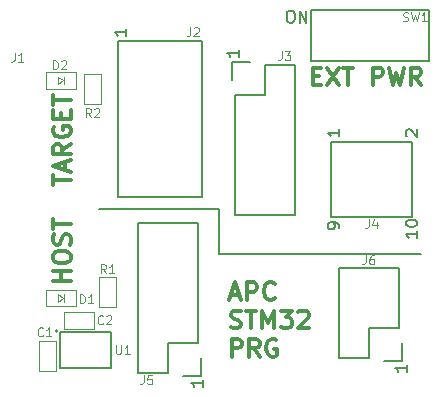
<source format=gto>
G04 #@! TF.FileFunction,Legend,Top*
%FSLAX46Y46*%
G04 Gerber Fmt 4.6, Leading zero omitted, Abs format (unit mm)*
G04 Created by KiCad (PCBNEW 4.0.2-stable) date 4/28/2016 10:57:31 AM*
%MOMM*%
G01*
G04 APERTURE LIST*
%ADD10C,0.150000*%
%ADD11C,0.200000*%
%ADD12C,0.300000*%
%ADD13C,0.120000*%
G04 APERTURE END LIST*
D10*
D11*
X137668000Y-109982000D02*
X154800000Y-109982000D01*
X137668000Y-106172000D02*
X137668000Y-109982000D01*
X127508000Y-106172000D02*
X137668000Y-106172000D01*
D12*
X145645143Y-94888857D02*
X146145143Y-94888857D01*
X146359429Y-95674571D02*
X145645143Y-95674571D01*
X145645143Y-94174571D01*
X146359429Y-94174571D01*
X146859429Y-94174571D02*
X147859429Y-95674571D01*
X147859429Y-94174571D02*
X146859429Y-95674571D01*
X148216571Y-94174571D02*
X149073714Y-94174571D01*
X148645143Y-95674571D02*
X148645143Y-94174571D01*
X150716571Y-95674571D02*
X150716571Y-94174571D01*
X151287999Y-94174571D01*
X151430857Y-94246000D01*
X151502285Y-94317429D01*
X151573714Y-94460286D01*
X151573714Y-94674571D01*
X151502285Y-94817429D01*
X151430857Y-94888857D01*
X151287999Y-94960286D01*
X150716571Y-94960286D01*
X152073714Y-94174571D02*
X152430857Y-95674571D01*
X152716571Y-94603143D01*
X153002285Y-95674571D01*
X153359428Y-94174571D01*
X154788000Y-95674571D02*
X154288000Y-94960286D01*
X153930857Y-95674571D02*
X153930857Y-94174571D01*
X154502285Y-94174571D01*
X154645143Y-94246000D01*
X154716571Y-94317429D01*
X154788000Y-94460286D01*
X154788000Y-94674571D01*
X154716571Y-94817429D01*
X154645143Y-94888857D01*
X154502285Y-94960286D01*
X153930857Y-94960286D01*
D10*
X143684571Y-89368381D02*
X143875048Y-89368381D01*
X143970286Y-89416000D01*
X144065524Y-89511238D01*
X144113143Y-89701714D01*
X144113143Y-90035048D01*
X144065524Y-90225524D01*
X143970286Y-90320762D01*
X143875048Y-90368381D01*
X143684571Y-90368381D01*
X143589333Y-90320762D01*
X143494095Y-90225524D01*
X143446476Y-90035048D01*
X143446476Y-89701714D01*
X143494095Y-89511238D01*
X143589333Y-89416000D01*
X143684571Y-89368381D01*
X144541714Y-90368381D02*
X144541714Y-89368381D01*
X145113143Y-90368381D01*
X145113143Y-89368381D01*
X153614381Y-119348285D02*
X153614381Y-119919714D01*
X153614381Y-119634000D02*
X152614381Y-119634000D01*
X152757238Y-119729238D01*
X152852476Y-119824476D01*
X152900095Y-119919714D01*
X136342381Y-120618285D02*
X136342381Y-121189714D01*
X136342381Y-120904000D02*
X135342381Y-120904000D01*
X135485238Y-120999238D01*
X135580476Y-121094476D01*
X135628095Y-121189714D01*
X139390381Y-92678285D02*
X139390381Y-93249714D01*
X139390381Y-92964000D02*
X138390381Y-92964000D01*
X138533238Y-93059238D01*
X138628476Y-93154476D01*
X138676095Y-93249714D01*
X147899381Y-107759476D02*
X147899381Y-107569000D01*
X147851762Y-107473761D01*
X147804143Y-107426142D01*
X147661286Y-107330904D01*
X147470810Y-107283285D01*
X147089857Y-107283285D01*
X146994619Y-107330904D01*
X146947000Y-107378523D01*
X146899381Y-107473761D01*
X146899381Y-107664238D01*
X146947000Y-107759476D01*
X146994619Y-107807095D01*
X147089857Y-107854714D01*
X147327952Y-107854714D01*
X147423190Y-107807095D01*
X147470810Y-107759476D01*
X147518429Y-107664238D01*
X147518429Y-107473761D01*
X147470810Y-107378523D01*
X147423190Y-107330904D01*
X147327952Y-107283285D01*
X154503381Y-108013476D02*
X154503381Y-108584905D01*
X154503381Y-108299191D02*
X153503381Y-108299191D01*
X153646238Y-108394429D01*
X153741476Y-108489667D01*
X153789095Y-108584905D01*
X153503381Y-107394429D02*
X153503381Y-107299190D01*
X153551000Y-107203952D01*
X153598619Y-107156333D01*
X153693857Y-107108714D01*
X153884333Y-107061095D01*
X154122429Y-107061095D01*
X154312905Y-107108714D01*
X154408143Y-107156333D01*
X154455762Y-107203952D01*
X154503381Y-107299190D01*
X154503381Y-107394429D01*
X154455762Y-107489667D01*
X154408143Y-107537286D01*
X154312905Y-107584905D01*
X154122429Y-107632524D01*
X153884333Y-107632524D01*
X153693857Y-107584905D01*
X153598619Y-107537286D01*
X153551000Y-107489667D01*
X153503381Y-107394429D01*
X153598619Y-99980714D02*
X153551000Y-99933095D01*
X153503381Y-99837857D01*
X153503381Y-99599761D01*
X153551000Y-99504523D01*
X153598619Y-99456904D01*
X153693857Y-99409285D01*
X153789095Y-99409285D01*
X153931952Y-99456904D01*
X154503381Y-100028333D01*
X154503381Y-99409285D01*
X147899381Y-99409285D02*
X147899381Y-99980714D01*
X147899381Y-99695000D02*
X146899381Y-99695000D01*
X147042238Y-99790238D01*
X147137476Y-99885476D01*
X147185095Y-99980714D01*
D11*
X147193000Y-106807000D02*
X147193000Y-100457000D01*
X154051000Y-106807000D02*
X147193000Y-106807000D01*
X154051000Y-100457000D02*
X154051000Y-106807000D01*
X147193000Y-100457000D02*
X154051000Y-100457000D01*
D12*
X138715714Y-113420000D02*
X139430000Y-113420000D01*
X138572857Y-113848571D02*
X139072857Y-112348571D01*
X139572857Y-113848571D01*
X140072857Y-113848571D02*
X140072857Y-112348571D01*
X140644285Y-112348571D01*
X140787143Y-112420000D01*
X140858571Y-112491429D01*
X140930000Y-112634286D01*
X140930000Y-112848571D01*
X140858571Y-112991429D01*
X140787143Y-113062857D01*
X140644285Y-113134286D01*
X140072857Y-113134286D01*
X142430000Y-113705714D02*
X142358571Y-113777143D01*
X142144285Y-113848571D01*
X142001428Y-113848571D01*
X141787143Y-113777143D01*
X141644285Y-113634286D01*
X141572857Y-113491429D01*
X141501428Y-113205714D01*
X141501428Y-112991429D01*
X141572857Y-112705714D01*
X141644285Y-112562857D01*
X141787143Y-112420000D01*
X142001428Y-112348571D01*
X142144285Y-112348571D01*
X142358571Y-112420000D01*
X142430000Y-112491429D01*
X138715714Y-116177143D02*
X138930000Y-116248571D01*
X139287143Y-116248571D01*
X139430000Y-116177143D01*
X139501429Y-116105714D01*
X139572857Y-115962857D01*
X139572857Y-115820000D01*
X139501429Y-115677143D01*
X139430000Y-115605714D01*
X139287143Y-115534286D01*
X139001429Y-115462857D01*
X138858571Y-115391429D01*
X138787143Y-115320000D01*
X138715714Y-115177143D01*
X138715714Y-115034286D01*
X138787143Y-114891429D01*
X138858571Y-114820000D01*
X139001429Y-114748571D01*
X139358571Y-114748571D01*
X139572857Y-114820000D01*
X140001428Y-114748571D02*
X140858571Y-114748571D01*
X140430000Y-116248571D02*
X140430000Y-114748571D01*
X141358571Y-116248571D02*
X141358571Y-114748571D01*
X141858571Y-115820000D01*
X142358571Y-114748571D01*
X142358571Y-116248571D01*
X142930000Y-114748571D02*
X143858571Y-114748571D01*
X143358571Y-115320000D01*
X143572857Y-115320000D01*
X143715714Y-115391429D01*
X143787143Y-115462857D01*
X143858571Y-115605714D01*
X143858571Y-115962857D01*
X143787143Y-116105714D01*
X143715714Y-116177143D01*
X143572857Y-116248571D01*
X143144285Y-116248571D01*
X143001428Y-116177143D01*
X142930000Y-116105714D01*
X144429999Y-114891429D02*
X144501428Y-114820000D01*
X144644285Y-114748571D01*
X145001428Y-114748571D01*
X145144285Y-114820000D01*
X145215714Y-114891429D01*
X145287142Y-115034286D01*
X145287142Y-115177143D01*
X145215714Y-115391429D01*
X144358571Y-116248571D01*
X145287142Y-116248571D01*
X138787143Y-118648571D02*
X138787143Y-117148571D01*
X139358571Y-117148571D01*
X139501429Y-117220000D01*
X139572857Y-117291429D01*
X139644286Y-117434286D01*
X139644286Y-117648571D01*
X139572857Y-117791429D01*
X139501429Y-117862857D01*
X139358571Y-117934286D01*
X138787143Y-117934286D01*
X141144286Y-118648571D02*
X140644286Y-117934286D01*
X140287143Y-118648571D02*
X140287143Y-117148571D01*
X140858571Y-117148571D01*
X141001429Y-117220000D01*
X141072857Y-117291429D01*
X141144286Y-117434286D01*
X141144286Y-117648571D01*
X141072857Y-117791429D01*
X141001429Y-117862857D01*
X140858571Y-117934286D01*
X140287143Y-117934286D01*
X142572857Y-117220000D02*
X142430000Y-117148571D01*
X142215714Y-117148571D01*
X142001429Y-117220000D01*
X141858571Y-117362857D01*
X141787143Y-117505714D01*
X141715714Y-117791429D01*
X141715714Y-118005714D01*
X141787143Y-118291429D01*
X141858571Y-118434286D01*
X142001429Y-118577143D01*
X142215714Y-118648571D01*
X142358571Y-118648571D01*
X142572857Y-118577143D01*
X142644286Y-118505714D01*
X142644286Y-118005714D01*
X142358571Y-118005714D01*
X123638571Y-104151428D02*
X123638571Y-103294285D01*
X125138571Y-103722856D02*
X123638571Y-103722856D01*
X124710000Y-102865714D02*
X124710000Y-102151428D01*
X125138571Y-103008571D02*
X123638571Y-102508571D01*
X125138571Y-102008571D01*
X125138571Y-100651428D02*
X124424286Y-101151428D01*
X125138571Y-101508571D02*
X123638571Y-101508571D01*
X123638571Y-100937143D01*
X123710000Y-100794285D01*
X123781429Y-100722857D01*
X123924286Y-100651428D01*
X124138571Y-100651428D01*
X124281429Y-100722857D01*
X124352857Y-100794285D01*
X124424286Y-100937143D01*
X124424286Y-101508571D01*
X123710000Y-99222857D02*
X123638571Y-99365714D01*
X123638571Y-99580000D01*
X123710000Y-99794285D01*
X123852857Y-99937143D01*
X123995714Y-100008571D01*
X124281429Y-100080000D01*
X124495714Y-100080000D01*
X124781429Y-100008571D01*
X124924286Y-99937143D01*
X125067143Y-99794285D01*
X125138571Y-99580000D01*
X125138571Y-99437143D01*
X125067143Y-99222857D01*
X124995714Y-99151428D01*
X124495714Y-99151428D01*
X124495714Y-99437143D01*
X124352857Y-98508571D02*
X124352857Y-98008571D01*
X125138571Y-97794285D02*
X125138571Y-98508571D01*
X123638571Y-98508571D01*
X123638571Y-97794285D01*
X123638571Y-97365714D02*
X123638571Y-96508571D01*
X125138571Y-96937142D02*
X123638571Y-96937142D01*
X125138571Y-112228000D02*
X123638571Y-112228000D01*
X124352857Y-112228000D02*
X124352857Y-111370857D01*
X125138571Y-111370857D02*
X123638571Y-111370857D01*
X123638571Y-110370857D02*
X123638571Y-110085143D01*
X123710000Y-109942285D01*
X123852857Y-109799428D01*
X124138571Y-109728000D01*
X124638571Y-109728000D01*
X124924286Y-109799428D01*
X125067143Y-109942285D01*
X125138571Y-110085143D01*
X125138571Y-110370857D01*
X125067143Y-110513714D01*
X124924286Y-110656571D01*
X124638571Y-110728000D01*
X124138571Y-110728000D01*
X123852857Y-110656571D01*
X123710000Y-110513714D01*
X123638571Y-110370857D01*
X125067143Y-109156571D02*
X125138571Y-108942285D01*
X125138571Y-108585142D01*
X125067143Y-108442285D01*
X124995714Y-108370856D01*
X124852857Y-108299428D01*
X124710000Y-108299428D01*
X124567143Y-108370856D01*
X124495714Y-108442285D01*
X124424286Y-108585142D01*
X124352857Y-108870856D01*
X124281429Y-109013714D01*
X124210000Y-109085142D01*
X124067143Y-109156571D01*
X123924286Y-109156571D01*
X123781429Y-109085142D01*
X123710000Y-109013714D01*
X123638571Y-108870856D01*
X123638571Y-108513714D01*
X123710000Y-108299428D01*
X123638571Y-107870857D02*
X123638571Y-107013714D01*
X125138571Y-107442285D02*
X123638571Y-107442285D01*
D11*
X124206000Y-119634000D02*
X124206000Y-116586000D01*
X128524000Y-119634000D02*
X124206000Y-119634000D01*
X128524000Y-116586000D02*
X128524000Y-119634000D01*
X124206000Y-116586000D02*
X128524000Y-116586000D01*
D13*
X123888500Y-119888000D02*
X122491500Y-119888000D01*
X123888500Y-117348000D02*
X122491500Y-117348000D01*
X123888500Y-117348000D02*
X123888500Y-119888000D01*
X122491500Y-119888000D02*
X122491500Y-117348000D01*
X124587000Y-116268500D02*
X124587000Y-114871500D01*
X127127000Y-116268500D02*
X127127000Y-114871500D01*
X127127000Y-116268500D02*
X124587000Y-116268500D01*
X124587000Y-114871500D02*
X127127000Y-114871500D01*
X124587000Y-113347500D02*
X124587000Y-113982500D01*
X124079000Y-113982500D02*
X124523500Y-113665000D01*
X124523500Y-113665000D02*
X124079000Y-113347500D01*
X124079000Y-113347500D02*
X124079000Y-113982500D01*
X125603000Y-112966500D02*
X125603000Y-114363500D01*
X123063000Y-112966500D02*
X123063000Y-114363500D01*
X123063000Y-114363500D02*
X125603000Y-114363500D01*
X125603000Y-112966500D02*
X123063000Y-112966500D01*
X124587000Y-94932500D02*
X124587000Y-95567500D01*
X124079000Y-95567500D02*
X124523500Y-95250000D01*
X124523500Y-95250000D02*
X124079000Y-94932500D01*
X124079000Y-94932500D02*
X124079000Y-95567500D01*
X125603000Y-94551500D02*
X125603000Y-95948500D01*
X123063000Y-94551500D02*
X123063000Y-95948500D01*
X123063000Y-95948500D02*
X125603000Y-95948500D01*
X125603000Y-94551500D02*
X123063000Y-94551500D01*
D10*
X136271000Y-91948000D02*
X136271000Y-105156000D01*
X136271000Y-105156000D02*
X129159000Y-105156000D01*
X129159000Y-105156000D02*
X129159000Y-91948000D01*
X129159000Y-91948000D02*
X136271000Y-91948000D01*
X144145000Y-93980000D02*
X144145000Y-106680000D01*
X144145000Y-106680000D02*
X139065000Y-106680000D01*
X139065000Y-106680000D02*
X139065000Y-96520000D01*
X144145000Y-93980000D02*
X141605000Y-93980000D01*
X140335000Y-93700000D02*
X138785000Y-93700000D01*
X141605000Y-93980000D02*
X141605000Y-96520000D01*
X141605000Y-96520000D02*
X139065000Y-96520000D01*
X138785000Y-93700000D02*
X138785000Y-95250000D01*
X130810000Y-120015000D02*
X130810000Y-107315000D01*
X130810000Y-107315000D02*
X135890000Y-107315000D01*
X135890000Y-107315000D02*
X135890000Y-117475000D01*
X130810000Y-120015000D02*
X133350000Y-120015000D01*
X134620000Y-120295000D02*
X136170000Y-120295000D01*
X133350000Y-120015000D02*
X133350000Y-117475000D01*
X133350000Y-117475000D02*
X135890000Y-117475000D01*
X136170000Y-120295000D02*
X136170000Y-118745000D01*
X152908000Y-116205000D02*
X152908000Y-111125000D01*
X153188000Y-119025000D02*
X151638000Y-119025000D01*
X150368000Y-118745000D02*
X150368000Y-116205000D01*
X150368000Y-116205000D02*
X152908000Y-116205000D01*
X152908000Y-111125000D02*
X147828000Y-111125000D01*
X147828000Y-111125000D02*
X147828000Y-116205000D01*
X153188000Y-119025000D02*
X153188000Y-117475000D01*
X147828000Y-118745000D02*
X150368000Y-118745000D01*
X147828000Y-116205000D02*
X147828000Y-118745000D01*
D13*
X127571500Y-111887000D02*
X128968500Y-111887000D01*
X127571500Y-114427000D02*
X128968500Y-114427000D01*
X127571500Y-114427000D02*
X127571500Y-111887000D01*
X128968500Y-111887000D02*
X128968500Y-114427000D01*
X126301500Y-94742000D02*
X127698500Y-94742000D01*
X126301500Y-97282000D02*
X127698500Y-97282000D01*
X126301500Y-97282000D02*
X126301500Y-94742000D01*
X127698500Y-94742000D02*
X127698500Y-97282000D01*
D10*
X155495000Y-93590000D02*
X145495000Y-93590000D01*
X145495000Y-93590000D02*
X145495000Y-89290000D01*
X145495000Y-89290000D02*
X155495000Y-89290000D01*
X155495000Y-89290000D02*
X155495000Y-93590000D01*
X124041803Y-116459000D02*
G75*
G03X124041803Y-116459000I-89803J0D01*
G01*
D13*
X122811000Y-116853857D02*
X122775286Y-116889571D01*
X122668143Y-116925286D01*
X122596714Y-116925286D01*
X122489571Y-116889571D01*
X122418143Y-116818143D01*
X122382428Y-116746714D01*
X122346714Y-116603857D01*
X122346714Y-116496714D01*
X122382428Y-116353857D01*
X122418143Y-116282429D01*
X122489571Y-116211000D01*
X122596714Y-116175286D01*
X122668143Y-116175286D01*
X122775286Y-116211000D01*
X122811000Y-116246714D01*
X123525286Y-116925286D02*
X123096714Y-116925286D01*
X123311000Y-116925286D02*
X123311000Y-116175286D01*
X123239571Y-116282429D01*
X123168143Y-116353857D01*
X123096714Y-116389571D01*
X127891000Y-115837857D02*
X127855286Y-115873571D01*
X127748143Y-115909286D01*
X127676714Y-115909286D01*
X127569571Y-115873571D01*
X127498143Y-115802143D01*
X127462428Y-115730714D01*
X127426714Y-115587857D01*
X127426714Y-115480714D01*
X127462428Y-115337857D01*
X127498143Y-115266429D01*
X127569571Y-115195000D01*
X127676714Y-115159286D01*
X127748143Y-115159286D01*
X127855286Y-115195000D01*
X127891000Y-115230714D01*
X128176714Y-115230714D02*
X128212428Y-115195000D01*
X128283857Y-115159286D01*
X128462428Y-115159286D01*
X128533857Y-115195000D01*
X128569571Y-115230714D01*
X128605286Y-115302143D01*
X128605286Y-115373571D01*
X128569571Y-115480714D01*
X128141000Y-115909286D01*
X128605286Y-115909286D01*
X125938428Y-114131286D02*
X125938428Y-113381286D01*
X126117000Y-113381286D01*
X126224143Y-113417000D01*
X126295571Y-113488429D01*
X126331286Y-113559857D01*
X126367000Y-113702714D01*
X126367000Y-113809857D01*
X126331286Y-113952714D01*
X126295571Y-114024143D01*
X126224143Y-114095571D01*
X126117000Y-114131286D01*
X125938428Y-114131286D01*
X127081286Y-114131286D02*
X126652714Y-114131286D01*
X126867000Y-114131286D02*
X126867000Y-113381286D01*
X126795571Y-113488429D01*
X126724143Y-113559857D01*
X126652714Y-113595571D01*
X123652428Y-94319286D02*
X123652428Y-93569286D01*
X123831000Y-93569286D01*
X123938143Y-93605000D01*
X124009571Y-93676429D01*
X124045286Y-93747857D01*
X124081000Y-93890714D01*
X124081000Y-93997857D01*
X124045286Y-94140714D01*
X124009571Y-94212143D01*
X123938143Y-94283571D01*
X123831000Y-94319286D01*
X123652428Y-94319286D01*
X124366714Y-93640714D02*
X124402428Y-93605000D01*
X124473857Y-93569286D01*
X124652428Y-93569286D01*
X124723857Y-93605000D01*
X124759571Y-93640714D01*
X124795286Y-93712143D01*
X124795286Y-93783571D01*
X124759571Y-93890714D01*
X124331000Y-94319286D01*
X124795286Y-94319286D01*
X120400000Y-92934286D02*
X120400000Y-93470000D01*
X120364286Y-93577143D01*
X120292857Y-93648571D01*
X120185714Y-93684286D01*
X120114286Y-93684286D01*
X121150001Y-93684286D02*
X120721429Y-93684286D01*
X120935715Y-93684286D02*
X120935715Y-92934286D01*
X120864286Y-93041429D01*
X120792858Y-93112857D01*
X120721429Y-93148571D01*
X135259000Y-90775286D02*
X135259000Y-91311000D01*
X135223286Y-91418143D01*
X135151857Y-91489571D01*
X135044714Y-91525286D01*
X134973286Y-91525286D01*
X135580429Y-90846714D02*
X135616143Y-90811000D01*
X135687572Y-90775286D01*
X135866143Y-90775286D01*
X135937572Y-90811000D01*
X135973286Y-90846714D01*
X136009001Y-90918143D01*
X136009001Y-90989571D01*
X135973286Y-91096714D01*
X135544715Y-91525286D01*
X136009001Y-91525286D01*
D10*
X129865381Y-90900285D02*
X129865381Y-91471714D01*
X129865381Y-91186000D02*
X128865381Y-91186000D01*
X129008238Y-91281238D01*
X129103476Y-91376476D01*
X129151095Y-91471714D01*
D13*
X143006000Y-92807286D02*
X143006000Y-93343000D01*
X142970286Y-93450143D01*
X142898857Y-93521571D01*
X142791714Y-93557286D01*
X142720286Y-93557286D01*
X143291715Y-92807286D02*
X143756001Y-92807286D01*
X143506001Y-93093000D01*
X143613143Y-93093000D01*
X143684572Y-93128714D01*
X143720286Y-93164429D01*
X143756001Y-93235857D01*
X143756001Y-93414429D01*
X143720286Y-93485857D01*
X143684572Y-93521571D01*
X143613143Y-93557286D01*
X143398858Y-93557286D01*
X143327429Y-93521571D01*
X143291715Y-93485857D01*
X150372000Y-107031286D02*
X150372000Y-107567000D01*
X150336286Y-107674143D01*
X150264857Y-107745571D01*
X150157714Y-107781286D01*
X150086286Y-107781286D01*
X151050572Y-107281286D02*
X151050572Y-107781286D01*
X150872001Y-106995571D02*
X150693429Y-107531286D01*
X151157715Y-107531286D01*
X131322000Y-120239286D02*
X131322000Y-120775000D01*
X131286286Y-120882143D01*
X131214857Y-120953571D01*
X131107714Y-120989286D01*
X131036286Y-120989286D01*
X132036286Y-120239286D02*
X131679143Y-120239286D01*
X131643429Y-120596429D01*
X131679143Y-120560714D01*
X131750572Y-120525000D01*
X131929143Y-120525000D01*
X132000572Y-120560714D01*
X132036286Y-120596429D01*
X132072001Y-120667857D01*
X132072001Y-120846429D01*
X132036286Y-120917857D01*
X132000572Y-120953571D01*
X131929143Y-120989286D01*
X131750572Y-120989286D01*
X131679143Y-120953571D01*
X131643429Y-120917857D01*
X150118000Y-110079286D02*
X150118000Y-110615000D01*
X150082286Y-110722143D01*
X150010857Y-110793571D01*
X149903714Y-110829286D01*
X149832286Y-110829286D01*
X150796572Y-110079286D02*
X150653715Y-110079286D01*
X150582286Y-110115000D01*
X150546572Y-110150714D01*
X150475143Y-110257857D01*
X150439429Y-110400714D01*
X150439429Y-110686429D01*
X150475143Y-110757857D01*
X150510858Y-110793571D01*
X150582286Y-110829286D01*
X150725143Y-110829286D01*
X150796572Y-110793571D01*
X150832286Y-110757857D01*
X150868001Y-110686429D01*
X150868001Y-110507857D01*
X150832286Y-110436429D01*
X150796572Y-110400714D01*
X150725143Y-110365000D01*
X150582286Y-110365000D01*
X150510858Y-110400714D01*
X150475143Y-110436429D01*
X150439429Y-110507857D01*
X128145000Y-111591286D02*
X127895000Y-111234143D01*
X127716428Y-111591286D02*
X127716428Y-110841286D01*
X128002143Y-110841286D01*
X128073571Y-110877000D01*
X128109286Y-110912714D01*
X128145000Y-110984143D01*
X128145000Y-111091286D01*
X128109286Y-111162714D01*
X128073571Y-111198429D01*
X128002143Y-111234143D01*
X127716428Y-111234143D01*
X128859286Y-111591286D02*
X128430714Y-111591286D01*
X128645000Y-111591286D02*
X128645000Y-110841286D01*
X128573571Y-110948429D01*
X128502143Y-111019857D01*
X128430714Y-111055571D01*
X126875000Y-98383286D02*
X126625000Y-98026143D01*
X126446428Y-98383286D02*
X126446428Y-97633286D01*
X126732143Y-97633286D01*
X126803571Y-97669000D01*
X126839286Y-97704714D01*
X126875000Y-97776143D01*
X126875000Y-97883286D01*
X126839286Y-97954714D01*
X126803571Y-97990429D01*
X126732143Y-98026143D01*
X126446428Y-98026143D01*
X127160714Y-97704714D02*
X127196428Y-97669000D01*
X127267857Y-97633286D01*
X127446428Y-97633286D01*
X127517857Y-97669000D01*
X127553571Y-97704714D01*
X127589286Y-97776143D01*
X127589286Y-97847571D01*
X127553571Y-97954714D01*
X127125000Y-98383286D01*
X127589286Y-98383286D01*
X153305000Y-90219571D02*
X153412143Y-90255286D01*
X153590714Y-90255286D01*
X153662143Y-90219571D01*
X153697857Y-90183857D01*
X153733572Y-90112429D01*
X153733572Y-90041000D01*
X153697857Y-89969571D01*
X153662143Y-89933857D01*
X153590714Y-89898143D01*
X153447857Y-89862429D01*
X153376429Y-89826714D01*
X153340714Y-89791000D01*
X153305000Y-89719571D01*
X153305000Y-89648143D01*
X153340714Y-89576714D01*
X153376429Y-89541000D01*
X153447857Y-89505286D01*
X153626429Y-89505286D01*
X153733572Y-89541000D01*
X153983572Y-89505286D02*
X154162143Y-90255286D01*
X154305000Y-89719571D01*
X154447858Y-90255286D01*
X154626429Y-89505286D01*
X155305001Y-90255286D02*
X154876429Y-90255286D01*
X155090715Y-90255286D02*
X155090715Y-89505286D01*
X155019286Y-89612429D01*
X154947858Y-89683857D01*
X154876429Y-89719571D01*
X128968571Y-117699286D02*
X128968571Y-118306429D01*
X129004286Y-118377857D01*
X129040000Y-118413571D01*
X129111429Y-118449286D01*
X129254286Y-118449286D01*
X129325714Y-118413571D01*
X129361429Y-118377857D01*
X129397143Y-118306429D01*
X129397143Y-117699286D01*
X130147143Y-118449286D02*
X129718571Y-118449286D01*
X129932857Y-118449286D02*
X129932857Y-117699286D01*
X129861428Y-117806429D01*
X129790000Y-117877857D01*
X129718571Y-117913571D01*
M02*

</source>
